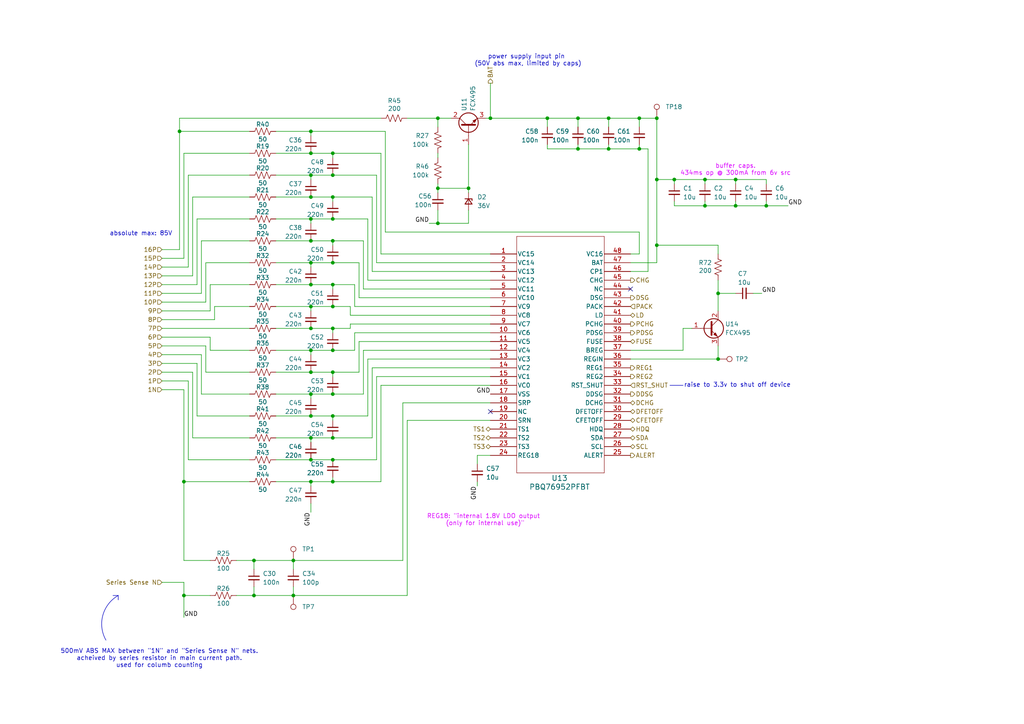
<source format=kicad_sch>
(kicad_sch (version 20250114) (generator "eeschema") (generator_version "9.0")
  (paper "A4")
  (arc (start 30.734 185.674) (mid 29.8291 178.4605) (end 34.29 172.72))
  (text "500mV ABS MAX between \"1N\" and \"Series Sense N\" nets.\nacheived by series resistor in main current path.\nused for columb counting" (at 46.228 191.008 0) (effects (font (size 1.27 1.27))))
  (text "absolute max: 85V" (at 40.894 67.818 0) (effects (font (size 1.27 1.27))))
  (text "power supply input pin \n(50V abs max, limited by caps)" (at 153.162 17.526 0) (effects (font (size 1.27 1.27))))
  (text "buffer caps.\n434ms op @ 300mA from 6v src" (at 213.36 49.276 0) (effects (font (size 1.27 1.27))))
  (text "REG18: \"internal 1.8V LDO output \n(only for internal use)\"" (at 140.716 150.876 0) (effects (font (size 1.27 1.27))))
  (text "raise to 3.3v to shut off device" (at 213.868 111.76 0) (effects (font (size 1.27 1.27))))
  (junction (at 52.07 38.1))
  (junction (at 158.75 34.29))
  (junction (at 90.17 139.7))
  (junction (at 90.17 101.6))
  (junction (at 73.66 172.72))
  (junction (at 96.52 63.5))
  (junction (at 90.17 120.65))
  (junction (at 127 34.29))
  (junction (at 96.52 95.25))
  (junction (at 90.17 88.9))
  (junction (at 85.09 172.72))
  (junction (at 96.52 50.8))
  (junction (at 176.53 43.18))
  (junction (at 185.42 43.18))
  (junction (at 53.34 172.72))
  (junction (at 167.64 43.18))
  (junction (at 135.89 54.61))
  (junction (at 90.17 44.45))
  (junction (at 90.17 133.35))
  (junction (at 90.17 107.95))
  (junction (at 90.17 38.1))
  (junction (at 222.25 59.69))
  (junction (at 90.17 76.2))
  (junction (at 190.5 34.29))
  (junction (at 96.52 127))
  (junction (at 208.28 85.09))
  (junction (at 90.17 50.8))
  (junction (at 127 64.77))
  (junction (at 90.17 95.25))
  (junction (at 96.52 57.15))
  (junction (at 96.52 139.7))
  (junction (at 96.52 133.35))
  (junction (at 90.17 63.5))
  (junction (at 204.47 59.69))
  (junction (at 185.42 34.29))
  (junction (at 208.28 104.14))
  (junction (at 213.36 59.69))
  (junction (at 96.52 82.55))
  (junction (at 127 54.61))
  (junction (at 96.52 44.45))
  (junction (at 90.17 127))
  (junction (at 176.53 34.29))
  (junction (at 73.66 162.56))
  (junction (at 90.17 82.55))
  (junction (at 90.17 114.3))
  (junction (at 85.09 162.56))
  (junction (at 53.34 139.7))
  (junction (at 90.17 69.85))
  (junction (at 96.52 114.3))
  (junction (at 167.64 34.29))
  (junction (at 96.52 69.85))
  (junction (at 96.52 101.6))
  (junction (at 96.52 76.2))
  (junction (at 96.52 88.9))
  (junction (at 96.52 120.65))
  (junction (at 190.5 52.07))
  (junction (at 90.17 57.15))
  (junction (at 213.36 52.07))
  (junction (at 142.24 34.29))
  (junction (at 195.58 52.07))
  (junction (at 204.47 52.07))
  (junction (at 190.5 71.12))
  (junction (at 96.52 107.95))
  (no_connect (at 182.88 83.82))
  (no_connect (at 142.24 119.38))
  (wire (pts (xy 222.25 59.69) (xy 228.6 59.69)))
  (wire (pts (xy 96.52 82.55) (xy 96.52 83.82)))
  (wire (pts (xy 53.34 44.45) (xy 72.39 44.45)))
  (wire (pts (xy 57.15 105.41) (xy 57.15 120.65)))
  (wire (pts (xy 127 54.61) (xy 127 53.34)))
  (wire (pts (xy 46.99 97.79) (xy 60.96 97.79)))
  (wire (pts (xy 190.5 34.29) (xy 190.5 52.07)))
  (wire (pts (xy 140.97 34.29) (xy 142.24 34.29)))
  (wire (pts (xy 101.6 88.9) (xy 101.6 91.44)))
  (wire (pts (xy 90.17 115.57) (xy 90.17 114.3)))
  (wire (pts (xy 187.96 43.18) (xy 187.96 78.74)))
  (wire (pts (xy 96.52 138.43) (xy 96.52 139.7)))
  (wire (pts (xy 90.17 88.9) (xy 96.52 88.9)))
  (wire (pts (xy 104.14 86.36) (xy 142.24 86.36)))
  (wire (pts (xy 101.6 93.98) (xy 142.24 93.98)))
  (wire (pts (xy 46.99 77.47) (xy 54.61 77.47)))
  (wire (pts (xy 190.5 71.12) (xy 208.28 71.12)))
  (wire (pts (xy 90.17 102.87) (xy 90.17 101.6)))
  (wire (pts (xy 107.95 127) (xy 107.95 106.68)))
  (wire (pts (xy 110.49 111.76) (xy 142.24 111.76)))
  (wire (pts (xy 158.75 34.29) (xy 158.75 36.83)))
  (wire (pts (xy 46.99 82.55) (xy 57.15 82.55)))
  (wire (pts (xy 222.25 52.07) (xy 213.36 52.07)))
  (wire (pts (xy 135.89 54.61) (xy 135.89 41.91)))
  (wire (pts (xy 111.76 38.1) (xy 111.76 67.31)))
  (wire (pts (xy 90.17 57.15) (xy 96.52 57.15)))
  (wire (pts (xy 55.88 57.15) (xy 72.39 57.15)))
  (wire (pts (xy 101.6 91.44) (xy 142.24 91.44)))
  (wire (pts (xy 85.09 162.56) (xy 116.84 162.56)))
  (wire (pts (xy 53.34 139.7) (xy 72.39 139.7)))
  (wire (pts (xy 142.24 34.29) (xy 158.75 34.29)))
  (wire (pts (xy 111.76 67.31) (xy 185.42 67.31)))
  (wire (pts (xy 102.87 88.9) (xy 142.24 88.9)))
  (wire (pts (xy 60.96 97.79) (xy 60.96 101.6)))
  (wire (pts (xy 90.17 133.35) (xy 96.52 133.35)))
  (wire (pts (xy 190.5 71.12) (xy 190.5 76.2)))
  (wire (pts (xy 90.17 95.25) (xy 96.52 95.25)))
  (wire (pts (xy 195.58 58.42) (xy 195.58 59.69)))
  (wire (pts (xy 96.52 120.65) (xy 96.52 121.92)))
  (wire (pts (xy 46.99 102.87) (xy 58.42 102.87)))
  (wire (pts (xy 104.14 76.2) (xy 104.14 86.36)))
  (wire (pts (xy 80.01 107.95) (xy 90.17 107.95)))
  (wire (pts (xy 90.17 127) (xy 96.52 127)))
  (wire (pts (xy 90.17 44.45) (xy 96.52 44.45)))
  (wire (pts (xy 53.34 74.93) (xy 53.34 44.45)))
  (wire (pts (xy 80.01 76.2) (xy 90.17 76.2)))
  (wire (pts (xy 109.22 50.8) (xy 109.22 76.2)))
  (wire (pts (xy 90.17 69.85) (xy 96.52 69.85)))
  (wire (pts (xy 107.95 57.15) (xy 96.52 57.15)))
  (polyline (pts (xy 34.29 172.72) (xy 34.29 172.72)))
  (wire (pts (xy 218.44 85.09) (xy 220.98 85.09)))
  (wire (pts (xy 46.99 100.33) (xy 59.69 100.33)))
  (wire (pts (xy 90.17 101.6) (xy 96.52 101.6)))
  (wire (pts (xy 96.52 114.3) (xy 105.41 114.3)))
  (polyline (pts (xy 34.29 172.72) (xy 34.29 173.99)))
  (wire (pts (xy 90.17 140.97) (xy 90.17 139.7)))
  (wire (pts (xy 46.99 90.17) (xy 60.96 90.17)))
  (wire (pts (xy 127 60.96) (xy 127 64.77)))
  (wire (pts (xy 90.17 107.95) (xy 96.52 107.95)))
  (wire (pts (xy 96.52 107.95) (xy 96.52 109.22)))
  (wire (pts (xy 116.84 116.84) (xy 116.84 162.56)))
  (wire (pts (xy 208.28 71.12) (xy 208.28 73.66)))
  (wire (pts (xy 80.01 133.35) (xy 90.17 133.35)))
  (wire (pts (xy 190.5 52.07) (xy 190.5 71.12)))
  (wire (pts (xy 109.22 76.2) (xy 142.24 76.2)))
  (wire (pts (xy 96.52 69.85) (xy 96.52 71.12)))
  (wire (pts (xy 90.17 90.17) (xy 90.17 88.9)))
  (wire (pts (xy 53.34 172.72) (xy 53.34 179.07)))
  (wire (pts (xy 167.64 41.91) (xy 167.64 43.18)))
  (wire (pts (xy 127 34.29) (xy 130.81 34.29)))
  (wire (pts (xy 96.52 82.55) (xy 102.87 82.55)))
  (wire (pts (xy 85.09 170.18) (xy 85.09 172.72)))
  (wire (pts (xy 185.42 34.29) (xy 190.5 34.29)))
  (wire (pts (xy 167.64 43.18) (xy 176.53 43.18)))
  (polyline (pts (xy 32.766 172.72) (xy 34.29 172.72)))
  (wire (pts (xy 90.17 76.2) (xy 96.52 76.2)))
  (wire (pts (xy 46.99 95.25) (xy 72.39 95.25)))
  (wire (pts (xy 118.11 34.29) (xy 127 34.29)))
  (wire (pts (xy 55.88 127) (xy 72.39 127)))
  (wire (pts (xy 142.24 24.13) (xy 142.24 34.29)))
  (wire (pts (xy 185.42 67.31) (xy 185.42 73.66)))
  (wire (pts (xy 105.41 83.82) (xy 105.41 69.85)))
  (wire (pts (xy 110.49 139.7) (xy 110.49 111.76)))
  (wire (pts (xy 46.99 80.01) (xy 55.88 80.01)))
  (wire (pts (xy 185.42 73.66) (xy 182.88 73.66)))
  (wire (pts (xy 62.23 92.71) (xy 62.23 88.9)))
  (wire (pts (xy 60.96 101.6) (xy 72.39 101.6)))
  (wire (pts (xy 96.52 139.7) (xy 110.49 139.7)))
  (wire (pts (xy 138.43 139.7) (xy 138.43 140.97)))
  (wire (pts (xy 176.53 34.29) (xy 185.42 34.29)))
  (wire (pts (xy 68.58 172.72) (xy 73.66 172.72)))
  (wire (pts (xy 167.64 34.29) (xy 176.53 34.29)))
  (wire (pts (xy 80.01 57.15) (xy 90.17 57.15)))
  (wire (pts (xy 213.36 53.34) (xy 213.36 52.07)))
  (wire (pts (xy 142.24 83.82) (xy 105.41 83.82)))
  (wire (pts (xy 58.42 102.87) (xy 58.42 114.3)))
  (wire (pts (xy 90.17 38.1) (xy 111.76 38.1)))
  (wire (pts (xy 80.01 50.8) (xy 90.17 50.8)))
  (wire (pts (xy 106.68 63.5) (xy 106.68 81.28)))
  (wire (pts (xy 90.17 50.8) (xy 96.52 50.8)))
  (wire (pts (xy 73.66 165.1) (xy 73.66 162.56)))
  (wire (pts (xy 106.68 81.28) (xy 142.24 81.28)))
  (wire (pts (xy 190.5 52.07) (xy 195.58 52.07)))
  (wire (pts (xy 208.28 100.33) (xy 208.28 104.14)))
  (wire (pts (xy 54.61 77.47) (xy 54.61 50.8)))
  (wire (pts (xy 102.87 96.52) (xy 142.24 96.52)))
  (wire (pts (xy 80.01 38.1) (xy 90.17 38.1)))
  (wire (pts (xy 195.58 53.34) (xy 195.58 52.07)))
  (wire (pts (xy 46.99 85.09) (xy 58.42 85.09)))
  (wire (pts (xy 96.52 107.95) (xy 104.14 107.95)))
  (wire (pts (xy 59.69 76.2) (xy 72.39 76.2)))
  (wire (pts (xy 182.88 78.74) (xy 187.96 78.74)))
  (wire (pts (xy 118.11 172.72) (xy 85.09 172.72)))
  (wire (pts (xy 52.07 38.1) (xy 52.07 34.29)))
  (wire (pts (xy 73.66 172.72) (xy 73.66 170.18)))
  (wire (pts (xy 59.69 87.63) (xy 59.69 76.2)))
  (wire (pts (xy 90.17 120.65) (xy 96.52 120.65)))
  (wire (pts (xy 104.14 107.95) (xy 104.14 99.06)))
  (wire (pts (xy 208.28 85.09) (xy 213.36 85.09)))
  (wire (pts (xy 80.01 95.25) (xy 90.17 95.25)))
  (wire (pts (xy 107.95 78.74) (xy 107.95 57.15)))
  (wire (pts (xy 96.52 120.65) (xy 106.68 120.65)))
  (wire (pts (xy 127 45.72) (xy 127 44.45)))
  (wire (pts (xy 142.24 78.74) (xy 107.95 78.74)))
  (wire (pts (xy 55.88 80.01) (xy 55.88 57.15)))
  (wire (pts (xy 105.41 69.85) (xy 96.52 69.85)))
  (wire (pts (xy 102.87 82.55) (xy 102.87 88.9)))
  (wire (pts (xy 96.52 63.5) (xy 106.68 63.5)))
  (wire (pts (xy 96.52 50.8) (xy 109.22 50.8)))
  (wire (pts (xy 80.01 114.3) (xy 90.17 114.3)))
  (wire (pts (xy 53.34 162.56) (xy 60.96 162.56)))
  (wire (pts (xy 158.75 41.91) (xy 158.75 43.18)))
  (wire (pts (xy 90.17 64.77) (xy 90.17 63.5)))
  (wire (pts (xy 62.23 88.9) (xy 72.39 88.9)))
  (wire (pts (xy 90.17 63.5) (xy 96.52 63.5)))
  (wire (pts (xy 90.17 77.47) (xy 90.17 76.2)))
  (wire (pts (xy 105.41 114.3) (xy 105.41 101.6)))
  (wire (pts (xy 96.52 133.35) (xy 109.22 133.35)))
  (wire (pts (xy 58.42 114.3) (xy 72.39 114.3)))
  (wire (pts (xy 204.47 52.07) (xy 213.36 52.07)))
  (wire (pts (xy 80.01 88.9) (xy 90.17 88.9)))
  (wire (pts (xy 208.28 85.09) (xy 208.28 90.17)))
  (wire (pts (xy 198.12 95.25) (xy 200.66 95.25)))
  (wire (pts (xy 53.34 172.72) (xy 60.96 172.72)))
  (wire (pts (xy 176.53 41.91) (xy 176.53 43.18)))
  (wire (pts (xy 185.42 41.91) (xy 185.42 43.18)))
  (wire (pts (xy 127 36.83) (xy 127 34.29)))
  (wire (pts (xy 142.24 73.66) (xy 110.49 73.66)))
  (wire (pts (xy 96.52 127) (xy 107.95 127)))
  (wire (pts (xy 105.41 101.6) (xy 142.24 101.6)))
  (wire (pts (xy 53.34 139.7) (xy 53.34 162.56)))
  (wire (pts (xy 96.52 44.45) (xy 96.52 45.72)))
  (wire (pts (xy 85.09 172.72) (xy 73.66 172.72)))
  (wire (pts (xy 118.11 121.92) (xy 142.24 121.92)))
  (wire (pts (xy 176.53 43.18) (xy 185.42 43.18)))
  (wire (pts (xy 46.99 168.91) (xy 53.34 168.91)))
  (wire (pts (xy 80.01 44.45) (xy 90.17 44.45)))
  (wire (pts (xy 198.12 101.6) (xy 182.88 101.6)))
  (wire (pts (xy 90.17 82.55) (xy 96.52 82.55)))
  (wire (pts (xy 59.69 100.33) (xy 59.69 107.95)))
  (wire (pts (xy 195.58 52.07) (xy 204.47 52.07)))
  (wire (pts (xy 60.96 82.55) (xy 72.39 82.55)))
  (wire (pts (xy 101.6 95.25) (xy 101.6 93.98)))
  (wire (pts (xy 58.42 69.85) (xy 72.39 69.85)))
  (wire (pts (xy 46.99 113.03) (xy 53.34 113.03)))
  (wire (pts (xy 80.01 139.7) (xy 90.17 139.7)))
  (wire (pts (xy 222.25 52.07) (xy 222.25 53.34)))
  (wire (pts (xy 195.58 59.69) (xy 204.47 59.69)))
  (wire (pts (xy 80.01 82.55) (xy 90.17 82.55)))
  (wire (pts (xy 110.49 73.66) (xy 110.49 44.45)))
  (wire (pts (xy 96.52 57.15) (xy 96.52 58.42)))
  (wire (pts (xy 46.99 92.71) (xy 62.23 92.71)))
  (wire (pts (xy 110.49 44.45) (xy 96.52 44.45)))
  (wire (pts (xy 204.47 58.42) (xy 204.47 59.69)))
  (wire (pts (xy 222.25 58.42) (xy 222.25 59.69)))
  (wire (pts (xy 55.88 107.95) (xy 55.88 127)))
  (wire (pts (xy 208.28 81.28) (xy 208.28 85.09)))
  (wire (pts (xy 127 54.61) (xy 135.89 54.61)))
  (wire (pts (xy 90.17 128.27) (xy 90.17 127)))
  (wire (pts (xy 185.42 34.29) (xy 185.42 36.83)))
  (wire (pts (xy 73.66 162.56) (xy 85.09 162.56)))
  (wire (pts (xy 80.01 120.65) (xy 90.17 120.65)))
  (wire (pts (xy 57.15 120.65) (xy 72.39 120.65)))
  (wire (pts (xy 57.15 63.5) (xy 72.39 63.5)))
  (wire (pts (xy 106.68 120.65) (xy 106.68 104.14)))
  (wire (pts (xy 213.36 59.69) (xy 222.25 59.69)))
  (wire (pts (xy 135.89 64.77) (xy 135.89 60.96)))
  (wire (pts (xy 90.17 139.7) (xy 96.52 139.7)))
  (wire (pts (xy 204.47 59.69) (xy 213.36 59.69)))
  (wire (pts (xy 46.99 87.63) (xy 59.69 87.63)))
  (wire (pts (xy 116.84 116.84) (xy 142.24 116.84)))
  (wire (pts (xy 96.52 101.6) (xy 102.87 101.6)))
  (wire (pts (xy 80.01 101.6) (xy 90.17 101.6)))
  (wire (pts (xy 158.75 34.29) (xy 167.64 34.29)))
  (wire (pts (xy 167.64 34.29) (xy 167.64 36.83)))
  (wire (pts (xy 52.07 38.1) (xy 72.39 38.1)))
  (wire (pts (xy 53.34 168.91) (xy 53.34 172.72)))
  (wire (pts (xy 46.99 110.49) (xy 54.61 110.49)))
  (wire (pts (xy 90.17 146.05) (xy 90.17 148.59)))
  (polyline (pts (xy 194.31 111.76) (xy 198.12 111.76)))
  (wire (pts (xy 138.43 132.08) (xy 142.24 132.08)))
  (wire (pts (xy 102.87 101.6) (xy 102.87 96.52)))
  (wire (pts (xy 204.47 53.34) (xy 204.47 52.07)))
  (wire (pts (xy 60.96 90.17) (xy 60.96 82.55)))
  (wire (pts (xy 96.52 95.25) (xy 101.6 95.25)))
  (wire (pts (xy 90.17 39.37) (xy 90.17 38.1)))
  (wire (pts (xy 107.95 106.68) (xy 142.24 106.68)))
  (wire (pts (xy 80.01 127) (xy 90.17 127)))
  (wire (pts (xy 198.12 95.25) (xy 198.12 101.6)))
  (wire (pts (xy 182.88 104.14) (xy 208.28 104.14)))
  (wire (pts (xy 104.14 99.06) (xy 142.24 99.06)))
  (wire (pts (xy 90.17 52.07) (xy 90.17 50.8)))
  (wire (pts (xy 57.15 82.55) (xy 57.15 63.5)))
  (wire (pts (xy 58.42 85.09) (xy 58.42 69.85)))
  (wire (pts (xy 68.58 162.56) (xy 73.66 162.56)))
  (wire (pts (xy 135.89 64.77) (xy 127 64.77)))
  (wire (pts (xy 90.17 114.3) (xy 96.52 114.3)))
  (wire (pts (xy 59.69 107.95) (xy 72.39 107.95)))
  (wire (pts (xy 53.34 113.03) (xy 53.34 139.7)))
  (wire (pts (xy 54.61 50.8) (xy 72.39 50.8)))
  (wire (pts (xy 85.09 162.56) (xy 85.09 165.1)))
  (wire (pts (xy 96.52 88.9) (xy 101.6 88.9)))
  (wire (pts (xy 138.43 132.08) (xy 138.43 134.62)))
  (wire (pts (xy 80.01 63.5) (xy 90.17 63.5)))
  (wire (pts (xy 46.99 105.41) (xy 57.15 105.41)))
  (wire (pts (xy 187.96 43.18) (xy 185.42 43.18)))
  (wire (pts (xy 46.99 107.95) (xy 55.88 107.95)))
  (wire (pts (xy 52.07 72.39) (xy 52.07 38.1)))
  (wire (pts (xy 127 55.88) (xy 127 54.61)))
  (wire (pts (xy 54.61 110.49) (xy 54.61 133.35)))
  (wire (pts (xy 54.61 133.35) (xy 72.39 133.35)))
  (wire (pts (xy 106.68 104.14) (xy 142.24 104.14)))
  (wire (pts (xy 190.5 76.2) (xy 182.88 76.2)))
  (wire (pts (xy 80.01 69.85) (xy 90.17 69.85)))
  (wire (pts (xy 46.99 72.39) (xy 52.07 72.39)))
  (wire (pts (xy 46.99 74.93) (xy 53.34 74.93)))
  (wire (pts (xy 96.52 76.2) (xy 104.14 76.2)))
  (wire (pts (xy 135.89 54.61) (xy 135.89 55.88)))
  (wire (pts (xy 176.53 34.29) (xy 176.53 36.83)))
  (wire (pts (xy 213.36 58.42) (xy 213.36 59.69)))
  (wire (pts (xy 96.52 95.25) (xy 96.52 96.52)))
  (wire (pts (xy 52.07 34.29) (xy 110.49 34.29)))
  (wire (pts (xy 109.22 133.35) (xy 109.22 109.22)))
  (wire (pts (xy 158.75 43.18) (xy 167.64 43.18)))
  (wire (pts (xy 124.46 64.77) (xy 127 64.77)))
  (wire (pts (xy 118.11 121.92) (xy 118.11 172.72)))
  (wire (pts (xy 109.22 109.22) (xy 142.24 109.22)))
  (label "GND" (at 53.34 179.07 0))
  (label "GND" (at 124.46 64.77 180))
  (label "GND" (at 90.17 148.59 270))
  (label "GND" (at 138.43 140.97 270))
  (label "GND" (at 228.6 59.69 0))
  (label "GND" (at 220.98 85.09 0))
  (label "GND" (at 142.24 114.3 180))
  (hierarchical_label "REG1" (shape output) (at 182.88 106.68 0))
  (hierarchical_label "ALERT" (shape output) (at 182.88 132.08 0))
  (hierarchical_label "DFETOFF" (shape bidirectional) (at 182.88 119.38 0))
  (hierarchical_label "LD" (shape bidirectional) (at 182.88 91.44 0))
  (hierarchical_label "15P" (shape input) (at 46.99 74.93 180))
  (hierarchical_label "7P" (shape input) (at 46.99 95.25 180))
  (hierarchical_label "CFETOFF" (shape bidirectional) (at 182.88 121.92 0))
  (hierarchical_label "TS3" (shape bidirectional) (at 142.24 129.54 180))
  (hierarchical_label "3P" (shape input) (at 46.99 105.41 180))
  (hierarchical_label "10P" (shape input) (at 46.99 87.63 180))
  (hierarchical_label "DDSG" (shape output) (at 182.88 114.3 0))
  (hierarchical_label "1P" (shape input) (at 46.99 110.49 180))
  (hierarchical_label "TS2" (shape bidirectional) (at 142.24 127 180))
  (hierarchical_label "5P" (shape input) (at 46.99 100.33 180))
  (hierarchical_label "DSG" (shape output) (at 182.88 86.36 0))
  (hierarchical_label "TS1" (shape bidirectional) (at 142.24 124.46 180))
  (hierarchical_label "PDSG" (shape output) (at 182.88 96.52 0))
  (hierarchical_label "SDA" (shape bidirectional) (at 182.88 127 0))
  (hierarchical_label "SCL" (shape bidirectional) (at 182.88 129.54 0))
  (hierarchical_label "DCHG" (shape bidirectional) (at 182.88 116.84 0))
  (hierarchical_label "8P" (shape input) (at 46.99 92.71 180))
  (hierarchical_label "12P" (shape input) (at 46.99 82.55 180))
  (hierarchical_label "9P" (shape input) (at 46.99 90.17 180))
  (hierarchical_label "BAT" (shape output) (at 142.24 24.13 90))
  (hierarchical_label "11P" (shape input) (at 46.99 85.09 180))
  (hierarchical_label "RST_SHUT" (shape input) (at 182.88 111.76 0))
  (hierarchical_label "Series Sense N" (shape input) (at 46.99 168.91 180))
  (hierarchical_label "PACK" (shape input) (at 182.88 88.9 0))
  (hierarchical_label "CHG" (shape output) (at 182.88 81.28 0))
  (hierarchical_label "REG2" (shape output) (at 182.88 109.22 0))
  (hierarchical_label "6P" (shape input) (at 46.99 97.79 180))
  (hierarchical_label "16P" (shape input) (at 46.99 72.39 180))
  (hierarchical_label "PCHG" (shape output) (at 182.88 93.98 0))
  (hierarchical_label "2P" (shape input) (at 46.99 107.95 180))
  (hierarchical_label "4P" (shape input) (at 46.99 102.87 180))
  (hierarchical_label "14P" (shape input) (at 46.99 77.47 180))
  (hierarchical_label "FUSE" (shape bidirectional) (at 182.88 99.06 0))
  (hierarchical_label "HDQ" (shape bidirectional) (at 182.88 124.46 0))
  (hierarchical_label "13P" (shape input) (at 46.99 80.01 180))
  (hierarchical_label "1N" (shape input) (at 46.99 113.03 180))
  (symbol (lib_id "zzLocalLibrary:FCX485_NPN_BJT") (at 135.89 35.56 90) (unit 1)
    (property "Reference" "U11" (at 134.62 32.258 0) (effects (justify left)))
    (property "Value" "FCX495" (at 137.16 32.258 0) (effects (justify left)))
    (property "Footprint" "Package_TO_SOT_SMD:SOT-89-3" (effects (hide yes)))
    (property "Datasheet" "https://www.mouser.com/datasheet/2/115/FCX495-3215865.pdf" (effects (hide yes)))
    (property "Description" "1A continuous, BVce > 150V" (effects (hide yes)))
    (property "mouser" "https://www.mouser.com/ProductDetail/Diodes-Incorporated/FCX495TA?qs=fpoYs8%2FwAu9bxDJK3FfPWA%3D%3D" (effects (hide yes)))
    (property "unit x10" "0.34" (effects (hide yes)))
  )
  (symbol (lib_id "Device:R_US") (at 76.2 69.85 90) (unit 1)
    (property "Reference" "R24" (at 76.2 67.818 90))
    (property "Value" "50" (at 76.2 72.136 90))
    (property "Footprint" "Resistor_SMD:R_1206_3216Metric_Pad1.30x1.75mm_HandSolder" (effects (hide yes)))
    (property "Datasheet" "https://www.mouser.com/ProductDetail/Panasonic/ERJ-P08F51R0V?qs=iIVTEDlrHA3LnOLNS7SmEw%3D%3D" (effects (hide yes)))
    (property "Description" "Resistor, US symbol" (effects (hide yes)))
    (property "mouser" "https://www.mouser.com/ProductDetail/Panasonic/ERJ-P08F51R0V?qs=iIVTEDlrHA3LnOLNS7SmEw%3D%3D" (effects (hide yes)))
    (property "specs" "51Ohms, 660mW, 1%, 500V, 100PPM, -55C, +155C" (effects (hide yes)))
  )
  (symbol (lib_id "Device:R_US") (at 127 40.64 0) (mirror x) (unit 1)
    (property "Reference" "R27" (at 124.46 39.3699 0) (effects (justify right)))
    (property "Value" "100k" (at 124.46 41.9099 0) (effects (justify right)))
    (property "Footprint" "Resistor_SMD:R_1206_3216Metric_Pad1.30x1.75mm_HandSolder" (effects (hide yes)))
    (property "Datasheet" "https://www.mouser.com/ProductDetail/Bourns/CHV1206-FX-1003EST?qs=QNEnbhJQKvb7tN9X9nEnDA%3D%3D" (effects (hide yes)))
    (property "Description" "Resistor, US symbol" (effects (hide yes)))
    (property "mouser" "https://www.mouser.com/ProductDetail/Bourns/CHV1206-FX-1003EST?qs=QNEnbhJQKvb7tN9X9nEnDA%3D%3D" (effects (hide yes)))
    (property "specs" "100kOhm, 800V, 250mW, 100PPM, 1%, -55C, 155C" (effects (hide yes)))
    (property "unit x10" "0.083" (effects (hide yes)))
  )
  (symbol (lib_id "Device:R_US") (at 76.2 95.25 90) (unit 1)
    (property "Reference" "R35" (at 76.2 93.218 90))
    (property "Value" "50" (at 76.2 97.536 90))
    (property "Footprint" "Resistor_SMD:R_1206_3216Metric_Pad1.30x1.75mm_HandSolder" (effects (hide yes)))
    (property "Datasheet" "https://www.mouser.com/ProductDetail/Panasonic/ERJ-P08F51R0V?qs=iIVTEDlrHA3LnOLNS7SmEw%3D%3D" (effects (hide yes)))
    (property "Description" "Resistor, US symbol" (effects (hide yes)))
    (property "mouser" "https://www.mouser.com/ProductDetail/Panasonic/ERJ-P08F51R0V?qs=iIVTEDlrHA3LnOLNS7SmEw%3D%3D" (effects (hide yes)))
    (property "specs" "51Ohms, 660mW, 1%, 500V, 100PPM, -55C, +155C" (effects (hide yes)))
  )
  (symbol (lib_id "Device:C_Small") (at 167.64 39.37 0) (mirror y) (unit 1)
    (property "Reference" "C59" (at 165.1 38.1062 0) (effects (justify left)))
    (property "Value" "100n" (at 165.1 40.6462 0) (effects (justify left)))
    (property "Footprint" "Capacitor_SMD:C_1206_3216Metric_Pad1.33x1.80mm_HandSolder" (effects (hide yes)))
    (property "mouser" "https://www.mouser.com/ProductDetail/Walsin/1206B104K251CT?qs=fIkAfuXiAQKkmX5niKUTKw%3D%3D" (effects (hide yes)))
    (property "specs" "100nF, 250VDC, X7R, 10%, -55C, +125C" (effects (hide yes)))
    (property "unit x10" "0.062" (effects (hide yes)))
  )
  (symbol (lib_id "zzLocalLibrary:FCX485_NPN_BJT") (at 207.01 95.25 0) (unit 1)
    (property "Reference" "U14" (at 210.312 93.98 0) (effects (justify left)))
    (property "Value" "FCX495" (at 210.312 96.52 0) (effects (justify left)))
    (property "Footprint" "Package_TO_SOT_SMD:SOT-89-3" (effects (hide yes)))
    (property "Datasheet" "https://www.mouser.com/datasheet/2/115/FCX495-3215865.pdf" (effects (hide yes)))
    (property "Description" "1A continuous, BVce > 150V" (effects (hide yes)))
    (property "mouser" "https://www.mouser.com/ProductDetail/Diodes-Incorporated/FCX495TA?qs=fpoYs8%2FwAu9bxDJK3FfPWA%3D%3D" (effects (hide yes)))
    (property "unit x10" "0.34" (effects (hide yes)))
  )
  (symbol (lib_id "Device:C_Small") (at 90.17 92.71 0) (mirror y) (unit 1)
    (property "Reference" "C43" (at 87.63 91.4462 0) (effects (justify left)))
    (property "Value" "220n" (at 87.63 93.9862 0) (effects (justify left)))
    (property "Footprint" "Capacitor_SMD:C_1206_3216Metric_Pad1.33x1.80mm_HandSolder" (effects (hide yes)))
    (property "Datasheet" "https://www.mouser.com/ProductDetail/Samsung-Electro-Mechanics/CL31B224KBFNNNF?qs=sGAEpiMZZMsh%252B1woXyUXj7iNKXiFkBmw7C%252BUlKpuDJ8%3D" (effects (hide yes)))
    (property "Description" "50Vdc, 10%, +125C" (effects (hide yes)))
    (property "mouser" "https://www.mouser.com/ProductDetail/Samsung-Electro-Mechanics/CL31B224KBFNNNF?qs=sGAEpiMZZMsh%252B1woXyUXj7iNKXiFkBmw7C%252BUlKpuDJ8%3D" (effects (hide yes)))
    (property "specs" "50VDC, X7R, 10%, -55C, +125C, 220nF" (effects (hide yes)))
    (property "unit x10" "0.05" (effects (hide yes)))
  )
  (symbol (lib_id "Connector:TestPoint") (at 208.28 104.14 270) (unit 1) (in_bom no)
    (property "Reference" "TP2" (at 213.36 104.1399 90) (effects (justify left)))
    (property "Value" "TestPoint" (effects (hide yes)))
    (property "Footprint" "TestPoint:TestPoint_Loop_D2.50mm_Drill1.0mm_LowProfile" (effects (hide yes)))
    (property "Description" "test point" (effects (hide yes)))
  )
  (symbol (lib_id "Device:C_Small") (at 127 58.42 0) (mirror y) (unit 1)
    (property "Reference" "C56" (at 125.222 56.896 0) (effects (justify left)))
    (property "Value" "100n" (at 125.222 59.436 0) (effects (justify left)))
    (property "Footprint" "Capacitor_SMD:C_1206_3216Metric_Pad1.33x1.80mm_HandSolder" (effects (hide yes)))
    (property "mouser" "https://www.mouser.com/ProductDetail/Walsin/1206B104K251CT?qs=fIkAfuXiAQKkmX5niKUTKw%3D%3D" (effects (hide yes)))
    (property "specs" "100nF, 250VDC, X7R, 10%, -55C, +125C" (effects (hide yes)))
    (property "unit x10" "0.062" (effects (hide yes)))
  )
  (symbol (lib_id "Device:R_US") (at 76.2 82.55 90) (unit 1)
    (property "Reference" "R33" (at 76.2 80.518 90))
    (property "Value" "50" (at 76.2 84.836 90))
    (property "Footprint" "Resistor_SMD:R_1206_3216Metric_Pad1.30x1.75mm_HandSolder" (effects (hide yes)))
    (property "Datasheet" "https://www.mouser.com/ProductDetail/Panasonic/ERJ-P08F51R0V?qs=iIVTEDlrHA3LnOLNS7SmEw%3D%3D" (effects (hide yes)))
    (property "Description" "Resistor, US symbol" (effects (hide yes)))
    (property "mouser" "https://www.mouser.com/ProductDetail/Panasonic/ERJ-P08F51R0V?qs=iIVTEDlrHA3LnOLNS7SmEw%3D%3D" (effects (hide yes)))
    (property "specs" "51Ohms, 660mW, 1%, 500V, 100PPM, -55C, +155C" (effects (hide yes)))
  )
  (symbol (lib_id "Device:C_Small") (at 158.75 39.37 0) (mirror y) (unit 1)
    (property "Reference" "C58" (at 156.21 38.1062 0) (effects (justify left)))
    (property "Value" "100n" (at 156.21 40.6462 0) (effects (justify left)))
    (property "Footprint" "Capacitor_SMD:C_1206_3216Metric_Pad1.33x1.80mm_HandSolder" (effects (hide yes)))
    (property "mouser" "https://www.mouser.com/ProductDetail/Walsin/1206B104K251CT?qs=fIkAfuXiAQKkmX5niKUTKw%3D%3D" (effects (hide yes)))
    (property "specs" "100nF, 250VDC, X7R, 10%, -55C, +125C" (effects (hide yes)))
    (property "unit x10" "0.062" (effects (hide yes)))
  )
  (symbol (lib_id "Device:C_Small") (at 215.9 85.09 90) (unit 1)
    (property "Reference" "C7" (at 213.995 79.3812 90) (effects (justify right)))
    (property "Value" "10u" (at 213.995 81.9212 90) (effects (justify right)))
    (property "Footprint" "Capacitor_SMD:C_1206_3216Metric_Pad1.33x1.80mm_HandSolder" (effects (hide yes)))
    (property "Description" "50Vdc, 10%, +125C" (effects (hide yes)))
    (property "mouser" "https://www.mouser.com/ProductDetail/Samsung-Electro-Mechanics/CL31A106KBHNNNE?qs=sGAEpiMZZMsh%252B1woXyUXjxqcB7t9naYpzWmpMbMJIKQ%3D" (effects (hide yes)))
    (property "specs" "10uF, 50VDC, X5R, 10%, -55C, +85C" (effects (hide yes)))
    (property "unit x10" "0.07" (effects (hide yes)))
  )
  (symbol (lib_id "Device:C_Small") (at 185.42 39.37 0) (mirror y) (unit 1)
    (property "Reference" "C61" (at 182.88 38.1062 0) (effects (justify left)))
    (property "Value" "100n" (at 182.88 40.6462 0) (effects (justify left)))
    (property "Footprint" "Capacitor_SMD:C_1206_3216Metric_Pad1.33x1.80mm_HandSolder" (effects (hide yes)))
    (property "mouser" "https://www.mouser.com/ProductDetail/Walsin/1206B104K251CT?qs=fIkAfuXiAQKkmX5niKUTKw%3D%3D" (effects (hide yes)))
    (property "specs" "100nF, 250VDC, X7R, 10%, -55C, +125C" (effects (hide yes)))
    (property "unit x10" "0.062" (effects (hide yes)))
  )
  (symbol (lib_id "Device:R_US") (at 76.2 107.95 90) (unit 1)
    (property "Reference" "R37" (at 76.2 105.918 90))
    (property "Value" "50" (at 76.2 110.236 90))
    (property "Footprint" "Resistor_SMD:R_1206_3216Metric_Pad1.30x1.75mm_HandSolder" (effects (hide yes)))
    (property "Datasheet" "https://www.mouser.com/ProductDetail/Panasonic/ERJ-P08F51R0V?qs=iIVTEDlrHA3LnOLNS7SmEw%3D%3D" (effects (hide yes)))
    (property "Description" "Resistor, US symbol" (effects (hide yes)))
    (property "mouser" "https://www.mouser.com/ProductDetail/Panasonic/ERJ-P08F51R0V?qs=iIVTEDlrHA3LnOLNS7SmEw%3D%3D" (effects (hide yes)))
    (property "specs" "51Ohms, 660mW, 1%, 500V, 100PPM, -55C, +155C" (effects (hide yes)))
  )
  (symbol (lib_id "Device:C_Small") (at 90.17 80.01 0) (mirror y) (unit 1)
    (property "Reference" "C42" (at 87.63 78.7462 0) (effects (justify left)))
    (property "Value" "220n" (at 87.63 81.2862 0) (effects (justify left)))
    (property "Footprint" "Capacitor_SMD:C_1206_3216Metric_Pad1.33x1.80mm_HandSolder" (effects (hide yes)))
    (property "Datasheet" "https://www.mouser.com/ProductDetail/Samsung-Electro-Mechanics/CL31B224KBFNNNF?qs=sGAEpiMZZMsh%252B1woXyUXj7iNKXiFkBmw7C%252BUlKpuDJ8%3D" (effects (hide yes)))
    (property "Description" "50Vdc, 10%, +125C" (effects (hide yes)))
    (property "mouser" "https://www.mouser.com/ProductDetail/Samsung-Electro-Mechanics/CL31B224KBFNNNF?qs=sGAEpiMZZMsh%252B1woXyUXj7iNKXiFkBmw7C%252BUlKpuDJ8%3D" (effects (hide yes)))
    (property "specs" "50VDC, X7R, 10%, -55C, +125C, 220nF" (effects (hide yes)))
    (property "unit x10" "0.05" (effects (hide yes)))
  )
  (symbol (lib_id "Connector:TestPoint") (at 85.09 172.72 180) (unit 1) (in_bom no)
    (property "Reference" "TP7" (at 87.63 176.0219 0) (effects (justify right)))
    (property "Value" "TestPoint" (effects (hide yes)))
    (property "Footprint" "TestPoint:TestPoint_Loop_D2.50mm_Drill1.0mm_LowProfile" (effects (hide yes)))
    (property "Description" "test point" (effects (hide yes)))
  )
  (symbol (lib_id "Device:R_US") (at 76.2 44.45 90) (unit 1)
    (property "Reference" "R19" (at 76.2 42.418 90))
    (property "Value" "50" (at 76.2 46.736 90))
    (property "Footprint" "Resistor_SMD:R_1206_3216Metric_Pad1.30x1.75mm_HandSolder" (effects (hide yes)))
    (property "Datasheet" "https://www.mouser.com/ProductDetail/Panasonic/ERJ-P08F51R0V?qs=iIVTEDlrHA3LnOLNS7SmEw%3D%3D" (effects (hide yes)))
    (property "Description" "Resistor, US symbol" (effects (hide yes)))
    (property "mouser" "https://www.mouser.com/ProductDetail/Panasonic/ERJ-P08F51R0V?qs=iIVTEDlrHA3LnOLNS7SmEw%3D%3D" (effects (hide yes)))
    (property "specs" "51Ohms, 660mW, 1%, 500V, 100PPM, -55C, +155C" (effects (hide yes)))
  )
  (symbol (lib_id "Device:C_Small") (at 222.25 55.88 0) (unit 1)
    (property "Reference" "C6" (at 224.79 54.6162 0) (effects (justify left)))
    (property "Value" "10u" (at 224.79 57.1562 0) (effects (justify left)))
    (property "Footprint" "Capacitor_SMD:C_1206_3216Metric_Pad1.33x1.80mm_HandSolder" (effects (hide yes)))
    (property "Description" "50Vdc, 10%, +125C" (effects (hide yes)))
    (property "mouser" "https://www.mouser.com/ProductDetail/Samsung-Electro-Mechanics/CL31A106KBHNNNE?qs=sGAEpiMZZMsh%252B1woXyUXjxqcB7t9naYpzWmpMbMJIKQ%3D" (effects (hide yes)))
    (property "specs" "10uF, 50VDC, X5R, 10%, -55C, +85C" (effects (hide yes)))
    (property "unit x10" "0.07" (effects (hide yes)))
  )
  (symbol (lib_id "Device:C_Small") (at 90.17 118.11 0) (mirror y) (unit 1)
    (property "Reference" "C45" (at 87.63 116.8462 0) (effects (justify left)))
    (property "Value" "220n" (at 87.63 119.3862 0) (effects (justify left)))
    (property "Footprint" "Capacitor_SMD:C_1206_3216Metric_Pad1.33x1.80mm_HandSolder" (effects (hide yes)))
    (property "Datasheet" "https://www.mouser.com/ProductDetail/Samsung-Electro-Mechanics/CL31B224KBFNNNF?qs=sGAEpiMZZMsh%252B1woXyUXj7iNKXiFkBmw7C%252BUlKpuDJ8%3D" (effects (hide yes)))
    (property "Description" "50Vdc, 10%, +125C" (effects (hide yes)))
    (property "mouser" "https://www.mouser.com/ProductDetail/Samsung-Electro-Mechanics/CL31B224KBFNNNF?qs=sGAEpiMZZMsh%252B1woXyUXj7iNKXiFkBmw7C%252BUlKpuDJ8%3D" (effects (hide yes)))
    (property "specs" "50VDC, X7R, 10%, -55C, +125C, 220nF" (effects (hide yes)))
    (property "unit x10" "0.05" (effects (hide yes)))
  )
  (symbol (lib_id "Device:R_US") (at 76.2 63.5 90) (unit 1)
    (property "Reference" "R22" (at 76.2 61.468 90))
    (property "Value" "50" (at 76.2 65.786 90))
    (property "Footprint" "Resistor_SMD:R_1206_3216Metric_Pad1.30x1.75mm_HandSolder" (effects (hide yes)))
    (property "Datasheet" "https://www.mouser.com/ProductDetail/Panasonic/ERJ-P08F51R0V?qs=iIVTEDlrHA3LnOLNS7SmEw%3D%3D" (effects (hide yes)))
    (property "Description" "Resistor, US symbol" (effects (hide yes)))
    (property "mouser" "https://www.mouser.com/ProductDetail/Panasonic/ERJ-P08F51R0V?qs=iIVTEDlrHA3LnOLNS7SmEw%3D%3D" (effects (hide yes)))
    (property "specs" "51Ohms, 660mW, 1%, 500V, 100PPM, -55C, +155C" (effects (hide yes)))
  )
  (symbol (lib_id "Device:R_US") (at 76.2 88.9 90) (unit 1)
    (property "Reference" "R34" (at 76.2 86.868 90))
    (property "Value" "50" (at 76.2 91.186 90))
    (property "Footprint" "Resistor_SMD:R_1206_3216Metric_Pad1.30x1.75mm_HandSolder" (effects (hide yes)))
    (property "Datasheet" "https://www.mouser.com/ProductDetail/Panasonic/ERJ-P08F51R0V?qs=iIVTEDlrHA3LnOLNS7SmEw%3D%3D" (effects (hide yes)))
    (property "Description" "Resistor, US symbol" (effects (hide yes)))
    (property "mouser" "https://www.mouser.com/ProductDetail/Panasonic/ERJ-P08F51R0V?qs=iIVTEDlrHA3LnOLNS7SmEw%3D%3D" (effects (hide yes)))
    (property "specs" "51Ohms, 660mW, 1%, 500V, 100PPM, -55C, +155C" (effects (hide yes)))
  )
  (symbol (lib_id "Device:C_Small") (at 90.17 54.61 0) (mirror y) (unit 1)
    (property "Reference" "C37" (at 87.63 53.3462 0) (effects (justify left)))
    (property "Value" "220n" (at 87.63 55.8862 0) (effects (justify left)))
    (property "Footprint" "Capacitor_SMD:C_1206_3216Metric_Pad1.33x1.80mm_HandSolder" (effects (hide yes)))
    (property "Datasheet" "https://www.mouser.com/ProductDetail/Samsung-Electro-Mechanics/CL31B224KBFNNNF?qs=sGAEpiMZZMsh%252B1woXyUXj7iNKXiFkBmw7C%252BUlKpuDJ8%3D" (effects (hide yes)))
    (property "Description" "50Vdc, 10%, +125C" (effects (hide yes)))
    (property "mouser" "https://www.mouser.com/ProductDetail/Samsung-Electro-Mechanics/CL31B224KBFNNNF?qs=sGAEpiMZZMsh%252B1woXyUXj7iNKXiFkBmw7C%252BUlKpuDJ8%3D" (effects (hide yes)))
    (property "specs" "50VDC, X7R, 10%, -55C, +125C, 220nF" (effects (hide yes)))
    (property "unit x10" "0.05" (effects (hide yes)))
  )
  (symbol (lib_id "Device:R_US") (at 127 49.53 0) (mirror x) (unit 1)
    (property "Reference" "R46" (at 124.46 48.2599 0) (effects (justify right)))
    (property "Value" "100k" (at 124.46 50.7999 0) (effects (justify right)))
    (property "Footprint" "Resistor_SMD:R_1206_3216Metric_Pad1.30x1.75mm_HandSolder" (effects (hide yes)))
    (property "Datasheet" "https://www.mouser.com/ProductDetail/Bourns/CHV1206-FX-1003EST?qs=QNEnbhJQKvb7tN9X9nEnDA%3D%3D" (effects (hide yes)))
    (property "Description" "Resistor, US symbol" (effects (hide yes)))
    (property "mouser" "https://www.mouser.com/ProductDetail/Bourns/CHV1206-FX-1003EST?qs=QNEnbhJQKvb7tN9X9nEnDA%3D%3D" (effects (hide yes)))
    (property "specs" "100kOhm, 800V, 250mW, 100PPM, 1%, -55C, 155C" (effects (hide yes)))
    (property "unit x10" "0.083" (effects (hide yes)))
  )
  (symbol (lib_id "Device:R_US") (at 76.2 120.65 90) (unit 1)
    (property "Reference" "R41" (at 76.2 118.618 90))
    (property "Value" "50" (at 76.2 122.936 90))
    (property "Footprint" "Resistor_SMD:R_1206_3216Metric_Pad1.30x1.75mm_HandSolder" (effects (hide yes)))
    (property "Datasheet" "https://www.mouser.com/ProductDetail/Panasonic/ERJ-P08F51R0V?qs=iIVTEDlrHA3LnOLNS7SmEw%3D%3D" (effects (hide yes)))
    (property "Description" "Resistor, US symbol" (effects (hide yes)))
    (property "mouser" "https://www.mouser.com/ProductDetail/Panasonic/ERJ-P08F51R0V?qs=iIVTEDlrHA3LnOLNS7SmEw%3D%3D" (effects (hide yes)))
    (property "specs" "51Ohms, 660mW, 1%, 500V, 100PPM, -55C, +155C" (effects (hide yes)))
  )
  (symbol (lib_id "Device:R_US") (at 208.28 77.47 0) (unit 1)
    (property "Reference" "R72" (at 206.502 76.2 0) (effects (justify right)))
    (property "Value" "200" (at 206.502 78.486 0) (effects (justify right)))
    (property "Footprint" "Resistor_SMD:R_1206_3216Metric_Pad1.30x1.75mm_HandSolder" (effects (hide yes)))
    (property "Datasheet" "https://www.mouser.com/ProductDetail/Panasonic/ERJ-P08J201V?qs=js9DCdkuA2r%2FYZjmQm4p2A%3D%3D" (effects (hide yes)))
    (property "Description" "Resistor, US symbol" (effects (hide yes)))
    (property "mouser" "https://www.mouser.com/ProductDetail/Panasonic/ERJ-P08J201V?qs=js9DCdkuA2r%2FYZjmQm4p2A%3D%3D" (effects (hide yes)))
    (property "specs" "200Ohms, 660mW, 200PPM, 500V, 5%, -55C, +155C" (effects (hide yes)))
  )
  (symbol (lib_id "Device:C_Small") (at 90.17 105.41 0) (mirror y) (unit 1)
    (property "Reference" "C44" (at 87.63 104.1462 0) (effects (justify left)))
    (property "Value" "220n" (at 87.63 106.6862 0) (effects (justify left)))
    (property "Footprint" "Capacitor_SMD:C_1206_3216Metric_Pad1.33x1.80mm_HandSolder" (effects (hide yes)))
    (property "Datasheet" "https://www.mouser.com/ProductDetail/Samsung-Electro-Mechanics/CL31B224KBFNNNF?qs=sGAEpiMZZMsh%252B1woXyUXj7iNKXiFkBmw7C%252BUlKpuDJ8%3D" (effects (hide yes)))
    (property "Description" "50Vdc, 10%, +125C" (effects (hide yes)))
    (property "mouser" "https://www.mouser.com/ProductDetail/Samsung-Electro-Mechanics/CL31B224KBFNNNF?qs=sGAEpiMZZMsh%252B1woXyUXj7iNKXiFkBmw7C%252BUlKpuDJ8%3D" (effects (hide yes)))
    (property "specs" "50VDC, X7R, 10%, -55C, +125C, 220nF" (effects (hide yes)))
    (property "unit x10" "0.05" (effects (hide yes)))
  )
  (symbol (lib_id "Device:R_US") (at 114.3 34.29 270) (unit 1)
    (property "Reference" "R45" (at 116.332 29.21 90) (effects (justify right)))
    (property "Value" "200" (at 116.332 31.496 90) (effects (justify right)))
    (property "Footprint" "Resistor_SMD:R_1206_3216Metric_Pad1.30x1.75mm_HandSolder" (effects (hide yes)))
    (property "Datasheet" "https://www.mouser.com/ProductDetail/Panasonic/ERJ-P08J201V?qs=js9DCdkuA2r%2FYZjmQm4p2A%3D%3D" (effects (hide yes)))
    (property "Description" "Resistor, US symbol" (effects (hide yes)))
    (property "mouser" "https://www.mouser.com/ProductDetail/Panasonic/ERJ-P08J201V?qs=js9DCdkuA2r%2FYZjmQm4p2A%3D%3D" (effects (hide yes)))
    (property "specs" "200Ohms, 660mW, 200PPM, 500V, 5%, -55C, +155C" (effects (hide yes)))
  )
  (symbol (lib_id "Device:C_Small") (at 176.53 39.37 0) (mirror y) (unit 1)
    (property "Reference" "C60" (at 173.99 38.1062 0) (effects (justify left)))
    (property "Value" "100n" (at 173.99 40.6462 0) (effects (justify left)))
    (property "Footprint" "Capacitor_SMD:C_1206_3216Metric_Pad1.33x1.80mm_HandSolder" (effects (hide yes)))
    (property "mouser" "https://www.mouser.com/ProductDetail/Walsin/1206B104K251CT?qs=fIkAfuXiAQKkmX5niKUTKw%3D%3D" (effects (hide yes)))
    (property "specs" "100nF, 250VDC, X7R, 10%, -55C, +125C" (effects (hide yes)))
    (property "unit x10" "0.062" (effects (hide yes)))
  )
  (symbol (lib_id "Device:C_Small") (at 96.52 99.06 0) (mirror y) (unit 1)
    (property "Reference" "C52" (at 93.98 97.7962 0) (effects (justify left)))
    (property "Value" "220n" (at 93.98 100.3362 0) (effects (justify left)))
    (property "Footprint" "Capacitor_SMD:C_1206_3216Metric_Pad1.33x1.80mm_HandSolder" (effects (hide yes)))
    (property "Datasheet" "https://www.mouser.com/ProductDetail/Samsung-Electro-Mechanics/CL31B224KBFNNNF?qs=sGAEpiMZZMsh%252B1woXyUXj7iNKXiFkBmw7C%252BUlKpuDJ8%3D" (effects (hide yes)))
    (property "Description" "50Vdc, 10%, +125C" (effects (hide yes)))
    (property "mouser" "https://www.mouser.com/ProductDetail/Samsung-Electro-Mechanics/CL31B224KBFNNNF?qs=sGAEpiMZZMsh%252B1woXyUXj7iNKXiFkBmw7C%252BUlKpuDJ8%3D" (effects (hide yes)))
    (property "specs" "50VDC, X7R, 10%, -55C, +125C, 220nF" (effects (hide yes)))
    (property "unit x10" "0.05" (effects (hide yes)))
  )
  (symbol (lib_id "Device:R_US") (at 76.2 127 90) (unit 1)
    (property "Reference" "R42" (at 76.2 124.968 90))
    (property "Value" "50" (at 76.2 129.286 90))
    (property "Footprint" "Resistor_SMD:R_1206_3216Metric_Pad1.30x1.75mm_HandSolder" (effects (hide yes)))
    (property "Datasheet" "https://www.mouser.com/ProductDetail/Panasonic/ERJ-P08F51R0V?qs=iIVTEDlrHA3LnOLNS7SmEw%3D%3D" (effects (hide yes)))
    (property "Description" "Resistor, US symbol" (effects (hide yes)))
    (property "mouser" "https://www.mouser.com/ProductDetail/Panasonic/ERJ-P08F51R0V?qs=iIVTEDlrHA3LnOLNS7SmEw%3D%3D" (effects (hide yes)))
    (property "specs" "51Ohms, 660mW, 1%, 500V, 100PPM, -55C, +155C" (effects (hide yes)))
  )
  (symbol (lib_id "Device:R_US") (at 76.2 76.2 90) (unit 1)
    (property "Reference" "R32" (at 76.2 74.168 90))
    (property "Value" "50" (at 76.2 78.486 90))
    (property "Footprint" "Resistor_SMD:R_1206_3216Metric_Pad1.30x1.75mm_HandSolder" (effects (hide yes)))
    (property "Datasheet" "https://www.mouser.com/ProductDetail/Panasonic/ERJ-P08F51R0V?qs=iIVTEDlrHA3LnOLNS7SmEw%3D%3D" (effects (hide yes)))
    (property "Description" "Resistor, US symbol" (effects (hide yes)))
    (property "mouser" "https://www.mouser.com/ProductDetail/Panasonic/ERJ-P08F51R0V?qs=iIVTEDlrHA3LnOLNS7SmEw%3D%3D" (effects (hide yes)))
    (property "specs" "51Ohms, 660mW, 1%, 500V, 100PPM, -55C, +155C" (effects (hide yes)))
  )
  (symbol (lib_id "zzLocalLibrary:PBQ76952PFBT") (at 142.24 73.66 0) (unit 1)
    (property "Reference" "U13" (at 162.306 138.684 0) (effects (font (size 1.524 1.524))))
    (property "Value" "PBQ76952PFBT" (at 162.306 141.224 0) (effects (font (size 1.524 1.524))))
    (property "Footprint" "zzLocalLibraries-Footprints:BQ76952_PFB48_TEX" (effects (hide yes)))
    (property "Datasheet" "https://www.mouser.com/ProductDetail/Texas-Instruments/BQ76952PFBR?qs=zW32dvEIR3tYeZDtcUwdQA%3D%3D" (effects (hide yes)))
    (property "mouser" "https://www.mouser.com/ProductDetail/Texas-Instruments/BQ7695202PFBR?qs=iLbezkQI%252BsjAH4%2FOlFMlZA%3D%3D" (effects (hide yes)))
  )
  (symbol (lib_id "Device:C_Small") (at 96.52 73.66 0) (mirror y) (unit 1)
    (property "Reference" "C50" (at 93.98 72.3962 0) (effects (justify left)))
    (property "Value" "220n" (at 93.98 74.9362 0) (effects (justify left)))
    (property "Footprint" "Capacitor_SMD:C_1206_3216Metric_Pad1.33x1.80mm_HandSolder" (effects (hide yes)))
    (property "Datasheet" "https://www.mouser.com/ProductDetail/Samsung-Electro-Mechanics/CL31B224KBFNNNF?qs=sGAEpiMZZMsh%252B1woXyUXj7iNKXiFkBmw7C%252BUlKpuDJ8%3D" (effects (hide yes)))
    (property "Description" "50Vdc, 10%, +125C" (effects (hide yes)))
    (property "mouser" "https://www.mouser.com/ProductDetail/Samsung-Electro-Mechanics/CL31B224KBFNNNF?qs=sGAEpiMZZMsh%252B1woXyUXj7iNKXiFkBmw7C%252BUlKpuDJ8%3D" (effects (hide yes)))
    (property "specs" "50VDC, X7R, 10%, -55C, +125C, 220nF" (effects (hide yes)))
    (property "unit x10" "0.05" (effects (hide yes)))
  )
  (symbol (lib_id "Device:C_Small") (at 96.52 48.26 0) (mirror y) (unit 1)
    (property "Reference" "C48" (at 93.98 46.9962 0) (effects (justify left)))
    (property "Value" "220n" (at 93.98 49.5362 0) (effects (justify left)))
    (property "Footprint" "Capacitor_SMD:C_1206_3216Metric_Pad1.33x1.80mm_HandSolder" (effects (hide yes)))
    (property "Datasheet" "https://www.mouser.com/ProductDetail/Samsung-Electro-Mechanics/CL31B224KBFNNNF?qs=sGAEpiMZZMsh%252B1woXyUXj7iNKXiFkBmw7C%252BUlKpuDJ8%3D" (effects (hide yes)))
    (property "Description" "50Vdc, 10%, +125C" (effects (hide yes)))
    (property "mouser" "https://www.mouser.com/ProductDetail/Samsung-Electro-Mechanics/CL31B224KBFNNNF?qs=sGAEpiMZZMsh%252B1woXyUXj7iNKXiFkBmw7C%252BUlKpuDJ8%3D" (effects (hide yes)))
    (property "specs" "50VDC, X7R, 10%, -55C, +125C, 220nF" (effects (hide yes)))
    (property "unit x10" "0.05" (effects (hide yes)))
  )
  (symbol (lib_id "Device:C_Small") (at 90.17 130.81 0) (mirror y) (unit 1)
    (property "Reference" "C46" (at 87.63 129.5462 0) (effects (justify left)))
    (property "Value" "220n" (at 87.63 132.0862 0) (effects (justify left)))
    (property "Footprint" "Capacitor_SMD:C_1206_3216Metric_Pad1.33x1.80mm_HandSolder" (effects (hide yes)))
    (property "Datasheet" "https://www.mouser.com/ProductDetail/Samsung-Electro-Mechanics/CL31B224KBFNNNF?qs=sGAEpiMZZMsh%252B1woXyUXj7iNKXiFkBmw7C%252BUlKpuDJ8%3D" (effects (hide yes)))
    (property "Description" "50Vdc, 10%, +125C" (effects (hide yes)))
    (property "mouser" "https://www.mouser.com/ProductDetail/Samsung-Electro-Mechanics/CL31B224KBFNNNF?qs=sGAEpiMZZMsh%252B1woXyUXj7iNKXiFkBmw7C%252BUlKpuDJ8%3D" (effects (hide yes)))
    (property "specs" "50VDC, X7R, 10%, -55C, +125C, 220nF" (effects (hide yes)))
    (property "unit x10" "0.05" (effects (hide yes)))
  )
  (symbol (lib_id "Device:C_Small") (at 96.52 135.89 0) (mirror y) (unit 1)
    (property "Reference" "C55" (at 93.98 134.6262 0) (effects (justify left)))
    (property "Value" "220n" (at 93.98 137.1662 0) (effects (justify left)))
    (property "Footprint" "Capacitor_SMD:C_1206_3216Metric_Pad1.33x1.80mm_HandSolder" (effects (hide yes)))
    (property "Datasheet" "https://www.mouser.com/ProductDetail/Samsung-Electro-Mechanics/CL31B224KBFNNNF?qs=sGAEpiMZZMsh%252B1woXyUXj7iNKXiFkBmw7C%252BUlKpuDJ8%3D" (effects (hide yes)))
    (property "Description" "50Vdc, 10%, +125C" (effects (hide yes)))
    (property "mouser" "https://www.mouser.com/ProductDetail/Samsung-Electro-Mechanics/CL31B224KBFNNNF?qs=sGAEpiMZZMsh%252B1woXyUXj7iNKXiFkBmw7C%252BUlKpuDJ8%3D" (effects (hide yes)))
    (property "specs" "50VDC, X7R, 10%, -55C, +125C, 220nF" (effects (hide yes)))
    (property "unit x10" "0.05" (effects (hide yes)))
  )
  (symbol (lib_id "Device:C_Small") (at 138.43 137.16 0) (unit 1)
    (property "Reference" "C57" (at 140.97 135.8962 0) (effects (justify left)))
    (property "Value" "10u" (at 140.97 138.4362 0) (effects (justify left)))
    (property "Footprint" "Capacitor_SMD:C_1206_3216Metric_Pad1.33x1.80mm_HandSolder" (effects (hide yes)))
    (property "Description" "50Vdc, 10%, +125C" (effects (hide yes)))
    (property "mouser" "https://www.mouser.com/ProductDetail/Samsung-Electro-Mechanics/CL31A106KBHNNNE?qs=sGAEpiMZZMsh%252B1woXyUXjxqcB7t9naYpzWmpMbMJIKQ%3D" (effects (hide yes)))
    (property "specs" "10uF, 50VDC, X5R, 10%, -55C, +85C" (effects (hide yes)))
    (property "unit x10" "0.07" (effects (hide yes)))
  )
  (symbol (lib_id "Device:D_Zener_Small") (at 135.89 58.42 270) (unit 1)
    (property "Reference" "D2" (at 138.43 57.1499 90) (effects (justify left)))
    (property "Value" "36V" (at 138.43 59.6899 90) (effects (justify left)))
    (property "Footprint" "Diode_SMD:D_SOD-123" (effects (hide yes)))
    (property "Description" "Zener diode, small symbol" (effects (hide yes)))
    (property "mouser" "https://www.mouser.com/ProductDetail/Vishay/MMSZ4715-HE3_A-08?qs=Imq1NPwxi74N8IHyuuRB%252BQ%3D%3D" (effects (hide yes)))
    (property "specs" "36V, 500mW, 5%, 1nA, -55C, +150C" (effects (hide yes)))
    (property "unit x10" "0.27" (effects (hide yes)))
  )
  (symbol (lib_id "Connector:TestPoint") (at 190.5 34.29 0) (unit 1) (in_bom no)
    (property "Reference" "TP18" (at 193.04 30.9879 0) (effects (justify left)))
    (property "Value" "TestPoint" (effects (hide yes)))
    (property "Footprint" "TestPoint:TestPoint_Loop_D2.50mm_Drill1.0mm_LowProfile" (effects (hide yes)))
    (property "Description" "test point" (effects (hide yes)))
  )
  (symbol (lib_id "Device:R_US") (at 76.2 139.7 90) (unit 1)
    (property "Reference" "R44" (at 76.2 137.668 90))
    (property "Value" "50" (at 76.2 141.986 90))
    (property "Footprint" "Resistor_SMD:R_1206_3216Metric_Pad1.30x1.75mm_HandSolder" (effects (hide yes)))
    (property "Datasheet" "https://www.mouser.com/ProductDetail/Panasonic/ERJ-P08F51R0V?qs=iIVTEDlrHA3LnOLNS7SmEw%3D%3D" (effects (hide yes)))
    (property "Description" "Resistor, US symbol" (effects (hide yes)))
    (property "mouser" "https://www.mouser.com/ProductDetail/Panasonic/ERJ-P08F51R0V?qs=iIVTEDlrHA3LnOLNS7SmEw%3D%3D" (effects (hide yes)))
    (property "specs" "51Ohms, 660mW, 1%, 500V, 100PPM, -55C, +155C" (effects (hide yes)))
  )
  (symbol (lib_id "Device:C_Small") (at 96.52 86.36 0) (mirror y) (unit 1)
    (property "Reference" "C51" (at 93.98 85.0962 0) (effects (justify left)))
    (property "Value" "220n" (at 93.98 87.6362 0) (effects (justify left)))
    (property "Footprint" "Capacitor_SMD:C_1206_3216Metric_Pad1.33x1.80mm_HandSolder" (effects (hide yes)))
    (property "Datasheet" "https://www.mouser.com/ProductDetail/Samsung-Electro-Mechanics/CL31B224KBFNNNF?qs=sGAEpiMZZMsh%252B1woXyUXj7iNKXiFkBmw7C%252BUlKpuDJ8%3D" (effects (hide yes)))
    (property "Description" "50Vdc, 10%, +125C" (effects (hide yes)))
    (property "mouser" "https://www.mouser.com/ProductDetail/Samsung-Electro-Mechanics/CL31B224KBFNNNF?qs=sGAEpiMZZMsh%252B1woXyUXj7iNKXiFkBmw7C%252BUlKpuDJ8%3D" (effects (hide yes)))
    (property "specs" "50VDC, X7R, 10%, -55C, +125C, 220nF" (effects (hide yes)))
    (property "unit x10" "0.05" (effects (hide yes)))
  )
  (symbol (lib_id "Device:R_US") (at 64.77 162.56 90) (unit 1)
    (property "Reference" "R25" (at 64.77 160.528 90))
    (property "Value" "100" (at 64.77 164.846 90))
    (property "Footprint" "Resistor_SMD:R_1206_3216Metric_Pad1.30x1.75mm_HandSolder" (effects (hide yes)))
    (property "Datasheet" "https://www.mouser.com/ProductDetail/ROHM-Semiconductor/KTR18EZPF1000?qs=493kPxzlxfIg7BbWaZ5%2FqA%3D%3D" (effects (hide yes)))
    (property "Description" "Resistor, US symbol" (effects (hide yes)))
  )
  (symbol (lib_id "Device:C_Small") (at 213.36 55.88 0) (unit 1)
    (property "Reference" "C4" (at 215.9 54.6162 0) (effects (justify left)))
    (property "Value" "10u" (at 215.9 57.1562 0) (effects (justify left)))
    (property "Footprint" "Capacitor_SMD:C_1206_3216Metric_Pad1.33x1.80mm_HandSolder" (effects (hide yes)))
    (property "Description" "50Vdc, 10%, +125C" (effects (hide yes)))
    (property "mouser" "https://www.mouser.com/ProductDetail/Samsung-Electro-Mechanics/CL31A106KBHNNNE?qs=sGAEpiMZZMsh%252B1woXyUXjxqcB7t9naYpzWmpMbMJIKQ%3D" (effects (hide yes)))
    (property "specs" "10uF, 50VDC, X5R, 10%, -55C, +85C" (effects (hide yes)))
    (property "unit x10" "0.07" (effects (hide yes)))
  )
  (symbol (lib_id "Device:R_US") (at 76.2 57.15 90) (unit 1)
    (property "Reference" "R21" (at 76.2 55.118 90))
    (property "Value" "50" (at 76.2 59.436 90))
    (property "Footprint" "Resistor_SMD:R_1206_3216Metric_Pad1.30x1.75mm_HandSolder" (effects (hide yes)))
    (property "Datasheet" "https://www.mouser.com/ProductDetail/Panasonic/ERJ-P08F51R0V?qs=iIVTEDlrHA3LnOLNS7SmEw%3D%3D" (effects (hide yes)))
    (property "Description" "Resistor, US symbol" (effects (hide yes)))
    (property "mouser" "https://www.mouser.com/ProductDetail/Panasonic/ERJ-P08F51R0V?qs=iIVTEDlrHA3LnOLNS7SmEw%3D%3D" (effects (hide yes)))
    (property "specs" "51Ohms, 660mW, 1%, 500V, 100PPM, -55C, +155C" (effects (hide yes)))
  )
  (symbol (lib_id "Device:R_US") (at 76.2 50.8 90) (unit 1)
    (property "Reference" "R20" (at 76.2 48.768 90))
    (property "Value" "50" (at 76.2 53.086 90))
    (property "Footprint" "Resistor_SMD:R_1206_3216Metric_Pad1.30x1.75mm_HandSolder" (effects (hide yes)))
    (property "Datasheet" "https://www.mouser.com/ProductDetail/Panasonic/ERJ-P08F51R0V?qs=iIVTEDlrHA3LnOLNS7SmEw%3D%3D" (effects (hide yes)))
    (property "Description" "Resistor, US symbol" (effects (hide yes)))
    (property "mouser" "https://www.mouser.com/ProductDetail/Panasonic/ERJ-P08F51R0V?qs=iIVTEDlrHA3LnOLNS7SmEw%3D%3D" (effects (hide yes)))
    (property "specs" "51Ohms, 660mW, 1%, 500V, 100PPM, -55C, +155C" (effects (hide yes)))
  )
  (symbol (lib_id "Device:C_Small") (at 96.52 124.46 0) (mirror y) (unit 1)
    (property "Reference" "C54" (at 93.98 123.1962 0) (effects (justify left)))
    (property "Value" "220n" (at 93.98 125.7362 0) (effects (justify left)))
    (property "Footprint" "Capacitor_SMD:C_1206_3216Metric_Pad1.33x1.80mm_HandSolder" (effects (hide yes)))
    (property "Datasheet" "https://www.mouser.com/ProductDetail/Samsung-Electro-Mechanics/CL31B224KBFNNNF?qs=sGAEpiMZZMsh%252B1woXyUXj7iNKXiFkBmw7C%252BUlKpuDJ8%3D" (effects (hide yes)))
    (property "Description" "50Vdc, 10%, +125C" (effects (hide yes)))
    (property "mouser" "https://www.mouser.com/ProductDetail/Samsung-Electro-Mechanics/CL31B224KBFNNNF?qs=sGAEpiMZZMsh%252B1woXyUXj7iNKXiFkBmw7C%252BUlKpuDJ8%3D" (effects (hide yes)))
    (property "specs" "50VDC, X7R, 10%, -55C, +125C, 220nF" (effects (hide yes)))
    (property "unit x10" "0.05" (effects (hide yes)))
  )
  (symbol (lib_id "Device:C_Small") (at 96.52 111.76 0) (mirror y) (unit 1)
    (property "Reference" "C53" (at 93.98 110.4962 0) (effects (justify left)))
    (property "Value" "220n" (at 93.98 113.0362 0) (effects (justify left)))
    (property "Footprint" "Capacitor_SMD:C_1206_3216Metric_Pad1.33x1.80mm_HandSolder" (effects (hide yes)))
    (property "Datasheet" "https://www.mouser.com/ProductDetail/Samsung-Electro-Mechanics/CL31B224KBFNNNF?qs=sGAEpiMZZMsh%252B1woXyUXj7iNKXiFkBmw7C%252BUlKpuDJ8%3D" (effects (hide yes)))
    (property "Description" "50Vdc, 10%, +125C" (effects (hide yes)))
    (property "mouser" "https://www.mouser.com/ProductDetail/Samsung-Electro-Mechanics/CL31B224KBFNNNF?qs=sGAEpiMZZMsh%252B1woXyUXj7iNKXiFkBmw7C%252BUlKpuDJ8%3D" (effects (hide yes)))
    (property "specs" "50VDC, X7R, 10%, -55C, +125C, 220nF" (effects (hide yes)))
    (property "unit x10" "0.05" (effects (hide yes)))
  )
  (symbol (lib_id "Device:R_US") (at 76.2 133.35 90) (unit 1)
    (property "Reference" "R43" (at 76.2 131.318 90))
    (property "Value" "50" (at 76.2 135.636 90))
    (property "Footprint" "Resistor_SMD:R_1206_3216Metric_Pad1.30x1.75mm_HandSolder" (effects (hide yes)))
    (property "Datasheet" "https://www.mouser.com/ProductDetail/Panasonic/ERJ-P08F51R0V?qs=iIVTEDlrHA3LnOLNS7SmEw%3D%3D" (effects (hide yes)))
    (property "Description" "Resistor, US symbol" (effects (hide yes)))
    (property "mouser" "https://www.mouser.com/ProductDetail/Panasonic/ERJ-P08F51R0V?qs=iIVTEDlrHA3LnOLNS7SmEw%3D%3D" (effects (hide yes)))
    (property "specs" "51Ohms, 660mW, 1%, 500V, 100PPM, -55C, +155C" (effects (hide yes)))
  )
  (symbol (lib_id "Device:C_Small") (at 96.52 60.96 0) (mirror y) (unit 1)
    (property "Reference" "C49" (at 93.98 59.6962 0) (effects (justify left)))
    (property "Value" "220n" (at 93.98 62.2362 0) (effects (justify left)))
    (property "Footprint" "Capacitor_SMD:C_1206_3216Metric_Pad1.33x1.80mm_HandSolder" (effects (hide yes)))
    (property "Datasheet" "https://www.mouser.com/ProductDetail/Samsung-Electro-Mechanics/CL31B224KBFNNNF?qs=sGAEpiMZZMsh%252B1woXyUXj7iNKXiFkBmw7C%252BUlKpuDJ8%3D" (effects (hide yes)))
    (property "Description" "50Vdc, 10%, +125C" (effects (hide yes)))
    (property "mouser" "https://www.mouser.com/ProductDetail/Samsung-Electro-Mechanics/CL31B224KBFNNNF?qs=sGAEpiMZZMsh%252B1woXyUXj7iNKXiFkBmw7C%252BUlKpuDJ8%3D" (effects (hide yes)))
    (property "specs" "50VDC, X7R, 10%, -55C, +125C, 220nF" (effects (hide yes)))
    (property "unit x10" "0.05" (effects (hide yes)))
  )
  (symbol (lib_id "Device:R_US") (at 76.2 114.3 90) (unit 1)
    (property "Reference" "R38" (at 76.2 112.268 90))
    (property "Value" "50" (at 76.2 116.586 90))
    (property "Footprint" "Resistor_SMD:R_1206_3216Metric_Pad1.30x1.75mm_HandSolder" (effects (hide yes)))
    (property "Datasheet" "https://www.mouser.com/ProductDetail/Panasonic/ERJ-P08F51R0V?qs=iIVTEDlrHA3LnOLNS7SmEw%3D%3D" (effects (hide yes)))
    (property "Description" "Resistor, US symbol" (effects (hide yes)))
    (property "mouser" "https://www.mouser.com/ProductDetail/Panasonic/ERJ-P08F51R0V?qs=iIVTEDlrHA3LnOLNS7SmEw%3D%3D" (effects (hide yes)))
    (property "specs" "51Ohms, 660mW, 1%, 500V, 100PPM, -55C, +155C" (effects (hide yes)))
  )
  (symbol (lib_id "Device:C_Small") (at 85.09 167.64 0) (unit 1)
    (property "Reference" "C34" (at 87.63 166.3762 0) (effects (justify left)))
    (property "Value" "100p" (at 87.63 168.9162 0) (effects (justify left)))
    (property "Footprint" "Capacitor_SMD:C_1206_3216Metric_Pad1.33x1.80mm_HandSolder" (effects (hide yes)))
    (property "Datasheet" "https://www.mouser.com/ProductDetail/Walsin/1206N101J631CT?qs=ZrPdAQfJ6DOz6MMmAoRtDQ%3D%3D" (effects (hide yes)))
    (property "Description" "630Vdc, 5%, +125C" (effects (hide yes)))
  )
  (symbol (lib_id "Device:C_Small") (at 204.47 55.88 0) (unit 1)
    (property "Reference" "C2" (at 207.01 54.6162 0) (effects (justify left)))
    (property "Value" "10u" (at 207.01 57.1562 0) (effects (justify left)))
    (property "Footprint" "Capacitor_SMD:C_1206_3216Metric_Pad1.33x1.80mm_HandSolder" (effects (hide yes)))
    (property "Description" "50Vdc, 10%, +125C" (effects (hide yes)))
    (property "mouser" "https://www.mouser.com/ProductDetail/Samsung-Electro-Mechanics/CL31A106KBHNNNE?qs=sGAEpiMZZMsh%252B1woXyUXjxqcB7t9naYpzWmpMbMJIKQ%3D" (effects (hide yes)))
    (property "specs" "10uF, 50VDC, X5R, 10%, -55C, +85C" (effects (hide yes)))
    (property "unit x10" "0.07" (effects (hide yes)))
  )
  (symbol (lib_id "Connector:TestPoint") (at 85.09 162.56 0) (unit 1) (in_bom no)
    (property "Reference" "TP1" (at 87.63 159.2579 0) (effects (justify left)))
    (property "Value" "TestPoint" (effects (hide yes)))
    (property "Footprint" "TestPoint:TestPoint_Loop_D2.50mm_Drill1.0mm_LowProfile" (effects (hide yes)))
    (property "Description" "test point" (effects (hide yes)))
  )
  (symbol (lib_id "Device:C_Small") (at 90.17 67.31 0) (mirror y) (unit 1)
    (property "Reference" "C38" (at 87.63 66.0462 0) (effects (justify left)))
    (property "Value" "220n" (at 87.63 68.5862 0) (effects (justify left)))
    (property "Footprint" "Capacitor_SMD:C_1206_3216Metric_Pad1.33x1.80mm_HandSolder" (effects (hide yes)))
    (property "Datasheet" "https://www.mouser.com/ProductDetail/Samsung-Electro-Mechanics/CL31B224KBFNNNF?qs=sGAEpiMZZMsh%252B1woXyUXj7iNKXiFkBmw7C%252BUlKpuDJ8%3D" (effects (hide yes)))
    (property "Description" "50Vdc, 10%, +125C" (effects (hide yes)))
    (property "mouser" "https://www.mouser.com/ProductDetail/Samsung-Electro-Mechanics/CL31B224KBFNNNF?qs=sGAEpiMZZMsh%252B1woXyUXj7iNKXiFkBmw7C%252BUlKpuDJ8%3D" (effects (hide yes)))
    (property "specs" "50VDC, X7R, 10%, -55C, +125C, 220nF" (effects (hide yes)))
    (property "unit x10" "0.05" (effects (hide yes)))
  )
  (symbol (lib_id "Device:R_US") (at 76.2 38.1 90) (unit 1)
    (property "Reference" "R40" (at 76.2 36.068 90))
    (property "Value" "50" (at 76.2 40.386 90))
    (property "Footprint" "Resistor_SMD:R_1206_3216Metric_Pad1.30x1.75mm_HandSolder" (effects (hide yes)))
    (property "Datasheet" "https://www.mouser.com/ProductDetail/Panasonic/ERJ-P08F51R0V?qs=iIVTEDlrHA3LnOLNS7SmEw%3D%3D" (effects (hide yes)))
    (property "Description" "Resistor, US symbol" (effects (hide yes)))
    (property "mouser" "https://www.mouser.com/ProductDetail/Panasonic/ERJ-P08F51R0V?qs=iIVTEDlrHA3LnOLNS7SmEw%3D%3D" (effects (hide yes)))
    (property "specs" "51Ohms, 660mW, 1%, 500V, 100PPM, -55C, +155C" (effects (hide yes)))
  )
  (symbol (lib_id "Device:C_Small") (at 90.17 143.51 0) (mirror y) (unit 1)
    (property "Reference" "C47" (at 87.63 142.2462 0) (effects (justify left)))
    (property "Value" "220n" (at 87.63 144.7862 0) (effects (justify left)))
    (property "Footprint" "Capacitor_SMD:C_1206_3216Metric_Pad1.33x1.80mm_HandSolder" (effects (hide yes)))
    (property "Datasheet" "https://www.mouser.com/ProductDetail/Samsung-Electro-Mechanics/CL31B224KBFNNNF?qs=sGAEpiMZZMsh%252B1woXyUXj7iNKXiFkBmw7C%252BUlKpuDJ8%3D" (effects (hide yes)))
    (property "Description" "50Vdc, 10%, +125C" (effects (hide yes)))
    (property "mouser" "https://www.mouser.com/ProductDetail/Samsung-Electro-Mechanics/CL31B224KBFNNNF?qs=sGAEpiMZZMsh%252B1woXyUXj7iNKXiFkBmw7C%252BUlKpuDJ8%3D" (effects (hide yes)))
    (property "specs" "50VDC, X7R, 10%, -55C, +125C, 220nF" (effects (hide yes)))
    (property "unit x10" "0.05" (effects (hide yes)))
  )
  (symbol (lib_id "Device:R_US") (at 64.77 172.72 90) (unit 1)
    (property "Reference" "R26" (at 64.77 170.688 90))
    (property "Value" "100" (at 64.77 175.006 90))
    (property "Footprint" "Resistor_SMD:R_1206_3216Metric_Pad1.30x1.75mm_HandSolder" (effects (hide yes)))
    (property "Datasheet" "https://www.mouser.com/ProductDetail/ROHM-Semiconductor/KTR18EZPF1000?qs=493kPxzlxfIg7BbWaZ5%2FqA%3D%3D" (effects (hide yes)))
    (property "Description" "Resistor, US symbol" (effects (hide yes)))
  )
  (symbol (lib_id "Device:R_US") (at 76.2 101.6 90) (unit 1)
    (property "Reference" "R36" (at 76.2 99.568 90))
    (property "Value" "50" (at 76.2 103.886 90))
    (property "Footprint" "Resistor_SMD:R_1206_3216Metric_Pad1.30x1.75mm_HandSolder" (effects (hide yes)))
    (property "Datasheet" "https://www.mouser.com/ProductDetail/Panasonic/ERJ-P08F51R0V?qs=iIVTEDlrHA3LnOLNS7SmEw%3D%3D" (effects (hide yes)))
    (property "Description" "Resistor, US symbol" (effects (hide yes)))
    (property "mouser" "https://www.mouser.com/ProductDetail/Panasonic/ERJ-P08F51R0V?qs=iIVTEDlrHA3LnOLNS7SmEw%3D%3D" (effects (hide yes)))
    (property "specs" "51Ohms, 660mW, 1%, 500V, 100PPM, -55C, +155C" (effects (hide yes)))
  )
  (symbol (lib_id "Device:C_Small") (at 195.58 55.88 0) (unit 1)
    (property "Reference" "C1" (at 198.12 54.6162 0) (effects (justify left)))
    (property "Value" "10u" (at 198.12 57.1562 0) (effects (justify left)))
    (property "Footprint" "Capacitor_SMD:C_1206_3216Metric_Pad1.33x1.80mm_HandSolder" (effects (hide yes)))
    (property "Description" "50Vdc, 10%, +125C" (effects (hide yes)))
    (property "mouser" "https://www.mouser.com/ProductDetail/Samsung-Electro-Mechanics/CL31A106KBHNNNE?qs=sGAEpiMZZMsh%252B1woXyUXjxqcB7t9naYpzWmpMbMJIKQ%3D" (effects (hide yes)))
    (property "specs" "10uF, 50VDC, X5R, 10%, -55C, +85C" (effects (hide yes)))
    (property "unit x10" "0.07" (effects (hide yes)))
  )
  (symbol (lib_id "Device:C_Small") (at 90.17 41.91 0) (mirror y) (unit 1)
    (property "Reference" "C36" (at 87.63 40.6462 0) (effects (justify left)))
    (property "Value" "220n" (at 87.63 43.1862 0) (effects (justify left)))
    (property "Footprint" "Capacitor_SMD:C_1206_3216Metric_Pad1.33x1.80mm_HandSolder" (effects (hide yes)))
    (property "Datasheet" "https://www.mouser.com/ProductDetail/Samsung-Electro-Mechanics/CL31B224KBFNNNF?qs=sGAEpiMZZMsh%252B1woXyUXj7iNKXiFkBmw7C%252BUlKpuDJ8%3D" (effects (hide yes)))
    (property "Description" "50Vdc, 10%, +125C" (effects (hide yes)))
    (property "mouser" "https://www.mouser.com/ProductDetail/Samsung-Electro-Mechanics/CL31B224KBFNNNF?qs=sGAEpiMZZMsh%252B1woXyUXj7iNKXiFkBmw7C%252BUlKpuDJ8%3D" (effects (hide yes)))
    (property "specs" "50VDC, X7R, 10%, -55C, +125C, 220nF" (effects (hide yes)))
    (property "unit x10" "0.05" (effects (hide yes)))
  )
  (symbol (lib_id "Device:C_Small") (at 73.66 167.64 0) (unit 1)
    (property "Reference" "C30" (at 76.2 166.3762 0) (effects (justify left)))
    (property "Value" "100n" (at 76.2 168.9162 0) (effects (justify left)))
    (property "Footprint" "Capacitor_SMD:C_1206_3216Metric_Pad1.33x1.80mm_HandSolder" (effects (hide yes)))
    (property "Description" "50Vdc, 10%, +125C" (effects (hide yes)))
    (property "mouser" "https://www.mouser.com/ProductDetail/Walsin/1206B104K251CT?qs=fIkAfuXiAQKkmX5niKUTKw%3D%3D" (effects (hide yes)))
    (property "specs" "100nF, 250VDC, X7R, 10%, -55C, +125C" (effects (hide yes)))
    (property "unit x10" "0.062" (effects (hide yes)))
  )
)
</source>
